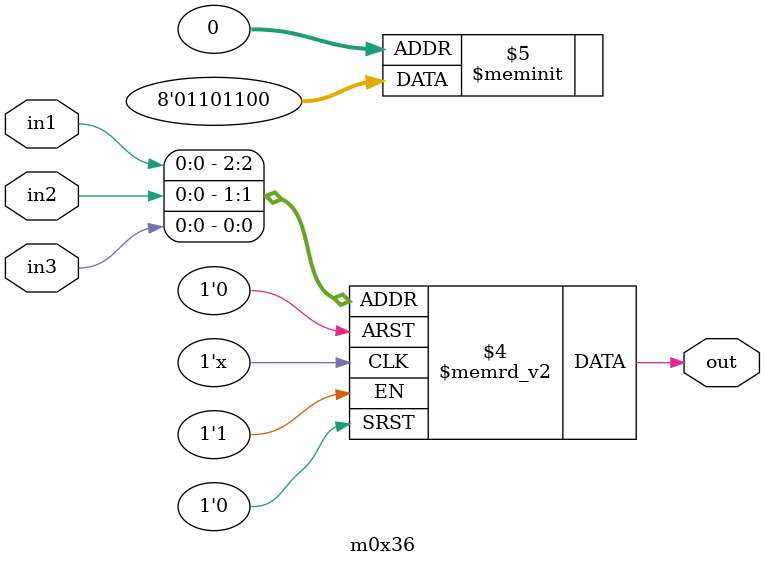
<source format=v>
module m0x36(output out, input in1, in2, in3);

   always @(in1, in2, in3)
     begin
        case({in1, in2, in3})
          3'b000: {out} = 1'b0;
          3'b001: {out} = 1'b0;
          3'b010: {out} = 1'b1;
          3'b011: {out} = 1'b1;
          3'b100: {out} = 1'b0;
          3'b101: {out} = 1'b1;
          3'b110: {out} = 1'b1;
          3'b111: {out} = 1'b0;
        endcase // case ({in1, in2, in3})
     end // always @ (in1, in2, in3)

endmodule // m0x36
</source>
